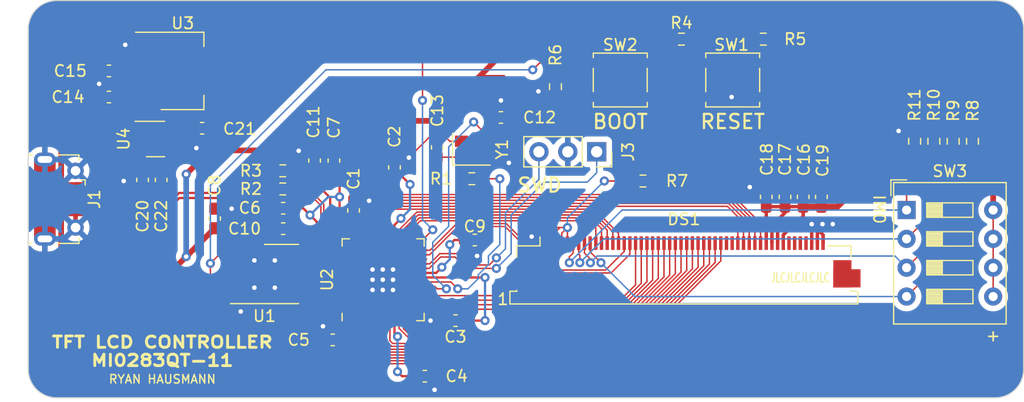
<source format=kicad_pcb>
(kicad_pcb (version 20221018) (generator pcbnew)
  (layers (0 "F.Cu" signal) (1 "In1.Cu" signal) (2 "In2.Cu" signal) (31 "B.Cu" signal) (34 "B.Paste" user) (35 "F.Paste" user) (36 "B.SilkS" user "B.Silkscreen") (37 "F.SilkS" user "F.Silkscreen") (38 "B.Mask" user) (39 "F.Mask" user) (44 "Edge.Cuts" user))
  (net 0 "")
  (net 1 "+3V3")
  (net 2 "GND")
  (net 3 "+1V1")
  (net 4 "/RP2040 Connections/RP_XIN")
  (net 5 "/RP2040 Connections/Y_XOUT")
  (net 6 "VBUS")
  (net 7 "+2V8")
  (net 8 "/TFT LCD Connections/REG_BP_C")
  (net 9 "/TFT LCD Connections/LEDA")
  (net 10 "/TFT LCD Connections/TFT_IM0")
  (net 11 "/TFT LCD Connections/TFT_IM1")
  (net 12 "/TFT LCD Connections/TFT_IM2")
  (net 13 "/TFT LCD Connections/TFT_IM3")
  (net 14 "TFT_RESET")
  (net 15 "TFT_VSYNC")
  (net 16 "TFT_HSYNC")
  (net 17 "TFT_DOTCLK")
  (net 18 "TFT_DE")
  (net 19 "TFT_DB17")
  (net 20 "TFT_DB16")
  (net 21 "TFT_DB15")
  (net 22 "TFT_DB14")
  (net 23 "TFT_DB13")
  (net 24 "TFT_DB12")
  (net 25 "TFT_DB11")
  (net 26 "TFT_DB10")
  (net 27 "TFT_DB9")
  (net 28 "TFT_DB8")
  (net 29 "TFT_DB7")
  (net 30 "TFT_DB6")
  (net 31 "TFT_DB5")
  (net 32 "TFT_DB4")
  (net 33 "TFT_DB3")
  (net 34 "TFT_DB2")
  (net 35 "TFT_DB1")
  (net 36 "TFT_DB0")
  (net 39 "TFT_RD")
  (net 40 "TFT_WR")
  (net 41 "TFT_DC")
  (net 42 "TFT_CS")
  (net 43 "TFT_TE")
  (net 48 "/RP2040 Connections/USB_D-")
  (net 49 "/RP2040 Connections/USB_D+")
  (net 51 "/RP2040 Connections/RP_SWCLK")
  (net 52 "/RP2040 Connections/RP_SWD")
  (net 53 "/RP2040 Connections/RP_XOUT")
  (net 54 "/RP2040 Connections/RP_USB_D+")
  (net 55 "/RP2040 Connections/RP_USB_D-")
  (net 56 "/RP2040 Connections/SW_TO_RUN")
  (net 57 "/RP2040 Connections/RP_RUN")
  (net 58 "/RP2040 Connections/USB_BOOT_TO_R")
  (net 59 "/RP2040 Connections/~{RP_FLASH_CS}")
  (net 60 "/RP2040 Connections/RP_FLASH_D1")
  (net 61 "/RP2040 Connections/RP_FLASH_D2")
  (net 62 "/RP2040 Connections/RP_FLASH_D0")
  (net 63 "/RP2040 Connections/RP_FLASH_CLK")
  (net 64 "/RP2040 Connections/RP_FLASH_D3")
  (footprint "Capacitor_SMD:C_0603_1608Metric_Pad1.08x0.95mm_HandSolder" (layer "F.Cu") (at 98 108.7 180)
    (fp_text reference "C3")
    (fp_text value "100n")
  )
  (footprint "Button_Switch_THT:SW_DIP_SPSTx04_Slide_9.78x12.34mm_W7.62mm_P2.54mm" (layer "F.Cu") (at 137.7 98.96)
    (fp_text reference "SW3")
    (fp_text value "IM_SEL")
  )
  (footprint "Resistor_SMD:R_0603_1608Metric_Pad0.98x0.95mm_HandSolder" (layer "F.Cu") (at 82.8 97.1 180)
    (fp_text reference "R2")
    (fp_text value "27")
  )
  (footprint "Button_Switch_SMD:SW_SPST_TL3305A" (layer "F.Cu") (at 122.4 87.5)
    (fp_text reference "SW1")
    (fp_text value "RST")
  )
  (footprint "Resistor_SMD:R_0603_1608Metric_Pad0.98x0.95mm_HandSolder" (layer "F.Cu") (at 106.8 88.0875 90)
    (fp_text reference "R6")
    (fp_text value "1K")
  )
  (footprint "Capacitor_SMD:C_0603_1608Metric_Pad1.08x0.95mm_HandSolder" (layer "F.Cu") (at 128.6 97.8 90)
    (fp_text reference "C16")
    (fp_text value "1u")
  )
  (footprint "Capacitor_SMD:C_0603_1608Metric_Pad1.08x0.95mm_HandSolder" (layer "F.Cu") (at 127 97.8 90)
    (fp_text reference "C17")
    (fp_text value "1u")
  )
  (footprint "Button_Switch_SMD:SW_SPST_TL3305A" (layer "F.Cu") (at 112.5 87.5)
    (fp_text reference "SW2")
    (fp_text value "USB_BOOT")
  )
  (footprint "Resistor_SMD:R_0603_1608Metric_Pad0.98x0.95mm_HandSolder" (layer "F.Cu") (at 114.5 96.4 180)
    (fp_text reference "R7")
    (fp_text value "330")
  )
  (footprint "Capacitor_SMD:C_0603_1608Metric_Pad1.08x0.95mm_HandSolder" (layer "F.Cu") (at 89.03126 99 90)
    (fp_text reference "C1")
    (fp_text value "100n")
  )
  (footprint "Capacitor_SMD:C_0603_1608Metric_Pad1.08x0.95mm_HandSolder" (layer "F.Cu") (at 82.8375 98.8 180)
    (fp_text reference "C6")
    (fp_text value "100n")
  )
  (footprint "Capacitor_SMD:C_0603_1608Metric_Pad1.08x0.95mm_HandSolder" (layer "F.Cu") (at 85.6 94.6 90)
    (fp_text reference "C11")
    (fp_text value "1u")
  )
  (footprint "Package_TO_SOT_SMD:SOT-223-3_TabPin2" (layer "F.Cu") (at 73.95 86.7)
    (fp_text reference "U3")
    (fp_text value "NCP1117-3.3")
  )
  (footprint "Resistor_SMD:R_0603_1608Metric_Pad0.98x0.95mm_HandSolder" (layer "F.Cu") (at 125.0875 83.9)
    (fp_text reference "R5")
    (fp_text value "1K")
  )
  (footprint "Capacitor_SMD:C_0603_1608Metric_Pad1.08x0.95mm_HandSolder" (layer "F.Cu") (at 125.35 97.8 90)
    (fp_text reference "C18")
    (fp_text value "1u")
  )
  (footprint "Connector_PinSocket_2.54mm:PinSocket_1x03_P2.54mm_Vertical" (layer "F.Cu") (at 110.425 93.825 -90)
    (fp_text reference "J3")
    (fp_text value "SWD_CONN")
  )
  (footprint "Package_DFN_QFN:QFN-56-1EP_7x7mm_P0.4mm_EP3.2x3.2mm" (layer "F.Cu") (at 91.63126 105.1 90)
    (fp_text reference "U2")
    (fp_text value "RP2040")
  )
  (footprint "Capacitor_SMD:C_0603_1608Metric_Pad1.08x0.95mm_HandSolder" (layer "F.Cu") (at 99.7 101.6)
    (fp_text reference "C9")
    (fp_text value "100n")
  )
  (footprint "Resistor_SMD:R_0603_1608Metric_Pad0.98x0.95mm_HandSolder" (layer "F.Cu") (at 117.8875 83.9)
    (fp_text reference "R4")
    (fp_text value "1K")
  )
  (footprint "Resistor_SMD:R_0603_1608Metric_Pad0.98x0.95mm_HandSolder" (layer "F.Cu") (at 141.8 92.9 90)
    (fp_text reference "R9")
    (fp_text value "1K")
  )
  (footprint "Resistor_SMD:R_0603_1608Metric_Pad0.98x0.95mm_HandSolder" (layer "F.Cu") (at 140.1 92.9 90)
    (fp_text reference "R10")
    (fp_text value "1K")
  )
  (footprint "Capacitor_SMD:C_0603_1608Metric_Pad1.08x0.95mm_HandSolder" (layer "F.Cu") (at 70.4625 96.3 -90)
    (fp_text reference "C20")
    (fp_text value "1u")
  )
  (footprint "Resistor_SMD:R_0603_1608Metric_Pad0.98x0.95mm_HandSolder" (layer "F.Cu") (at 143.5 92.9 90)
    (fp_text reference "R8")
    (fp_text value "1K")
  )
  (footprint "Capacitor_SMD:C_0603_1608Metric_Pad1.08x0.95mm_HandSolder" (layer "F.Cu") (at 67.5 89 180)
    (fp_text reference "C14")
    (fp_text value "10u")
  )
  (footprint "Resistor_SMD:R_0603_1608Metric_Pad0.98x0.95mm_HandSolder" (layer "F.Cu") (at 99.4375 96.2)
    (fp_text reference "R1")
    (fp_text value "1K")
  )
  (footprint "Package_TO_SOT_SMD:SOT-23-5" (layer "F.Cu") (at 71.6 92.7)
    (fp_text reference "U4")
    (fp_text value "LP2985-2.8")
  )
  (footprint "Connector_FFC-FPC:Molex_54132-5033_1x50-1MP_P0.5mm_Horizontal" (layer "F.Cu") (at 118.1 103.525)
    (fp_text reference "DS1")
    (fp_text value "~")
  )
  (footprint "Capacitor_SMD:C_0603_1608Metric_Pad1.08x0.95mm_HandSolder" (layer "F.Cu") (at 87.3 94.6 90)
    (fp_text reference "C7")
    (fp_text value "1u")
  )
  (footprint "Capacitor_SMD:C_0603_1608Metric_Pad1.08x0.95mm_HandSolder" (layer "F.Cu") (at 130.2 97.8 90)
    (fp_text reference "C19")
    (fp_text value "10u")
  )
  (footprint "Capacitor_SMD:C_0603_1608Metric_Pad1.08x0.95mm_HandSolder" (layer "F.Cu") (at 87.2 110.4 180)
    (fp_text reference "C5")
    (fp_text value "100n")
  )
  (footprint "Crystal:Crystal_SMD_2520-4Pin_2.5x2.0mm" (layer "F.Cu") (at 99.4 93.6)
    (fp_text reference "Y1")
    (fp_text value "12MHz")
  )
  (footprint "Resistor_SMD:R_0603_1608Metric_Pad0.98x0.95mm_HandSolder" (layer "F.Cu") (at 138.41 92.9 90)
    (fp_text reference "R11")
    (fp_text value "1K")
  )
  (footprint "Capacitor_SMD:C_0603_1608Metric_Pad1.08x0.95mm_HandSolder" (layer "F.Cu") (at 76.8 99.7 90)
    (fp_text reference "C8")
    (fp_text value "100n")
  )
  (footprint "Connector_USB:USB_Micro-B_Molex-105017-0001" (layer "F.Cu") (at 63.1 98 -90)
    (fp_text reference "J1")
    (fp_text value "USB_B_Micro")
  )
  (footprint "Capacitor_SMD:C_0603_1608Metric_Pad1.08x0.95mm_HandSolder" (layer "F.Cu") (at 82.8375 100.6 180)
    (fp_text reference "C10")
    (fp_text value "100n")
  )
  (footprint "Capacitor_SMD:C_0603_1608Metric_Pad1.08x0.95mm_HandSolder" (layer "F.Cu") (at 102 90.8)
    (fp_text reference "C12")
    (fp_text value "8p")
  )
  (footprint "Resistor_SMD:R_0603_1608Metric_Pad0.98x0.95mm_HandSolder" (layer "F.Cu") (at 82.8 95.5 180)
    (fp_text reference "R3")
    (fp_text value "27")
  )
  (footprint "Capacitor_SMD:C_0603_1608Metric_Pad1.08x0.95mm_HandSolder" (layer "F.Cu") (at 92.63126 95.2 90)
    (fp_text reference "C2")
    (fp_text value "100n")
  )
  (footprint "Package_SON:WSON-8-1EP_6x5mm_P1.27mm_EP3.4x4mm" (layer "F.Cu") (at 81.19 104.595)
    (fp_text reference "U1")
    (fp_text value "W25Q128JVS")
  )
  (footprint "Capacitor_SMD:C_0603_1608Metric_Pad1.08x0.95mm_HandSolder" (layer "F.Cu") (at 72.1 96.3 -90)
    (fp_text reference "C22")
    (fp_text value "10n")
  )
  (footprint "Capacitor_SMD:C_0603_1608Metric_Pad1.08x0.95mm_HandSolder" (layer "F.Cu") (at 95.3 113.6)
    (fp_text reference "C4")
    (fp_text value "100n")
  )
  (footprint "Capacitor_SMD:C_0603_1608Metric_Pad1.08x0.95mm_HandSolder" (layer "F.Cu") (at 75.7 91.75)
    (fp_text reference "C21")
    (fp_text value "2u2")
  )
  (footprint "Capacitor_SMD:C_0603_1608Metric_Pad1.08x0.95mm_HandSolder" (layer "F.Cu") (at 67.5 86.7 180)
    (fp_text reference "C15")
    (fp_text value "10u")
  )
  (footprint "Capacitor_SMD:C_0603_1608Metric_Pad1.08x0.95mm_HandSolder" (layer "F.Cu") (at 96.4 93.4375 90)
    (fp_text reference "C13")
    (fp_text value "8p")
  )
  (gr_line (start 145.5 80.5) (end 62.9 80.5) (stroke (width 0.1)) (layer "Edge.Cuts"))
  (gr_arc (start 148 113) (mid 147.267767 114.767767) (end 145.5 115.5) (stroke (width 0.1)) (layer "Edge.Cuts"))
  (gr_arc (start 62.9 115.5) (mid 61.132234 114.767767) (end 60.4 113) (stroke (width 0.1)) (layer "Edge.Cuts"))
  (gr_line (start 60.4 83) (end 60.4 113) (stroke (width 0.1)) (layer "Edge.Cuts"))
  (gr_line (start 62.9 115.5) (end 145.5 115.5) (stroke (width 0.1)) (layer "Edge.Cuts"))
  (gr_arc (start 60.4 83) (mid 61.132233 81.232234) (end 62.9 80.5) (stroke (width 0.1)) (layer "Edge.Cuts"))
  (gr_arc (start 145.5 80.5) (mid 147.267767 81.232233) (end 148 83) (stroke (width 0.1)) (layer "Edge.Cuts"))
  (gr_line (start 148 113) (end 148 83) (stroke (width 0.1)) (layer "Edge.Cuts"))
  (gr_text "SWD" (at 105.4 97.5) (layer "F.SilkS") (effects (font (size 1.25 1.25) (thickness 0.2)) (justify bottom)))
  (gr_text "TFT LCD CONTROLLER\nMI0283QT-11" (at 72.2 112.8) (layer "F.SilkS") (effects (font (size 1 1.2) (thickness 0.25) bold) (justify bottom)))
  (gr_text "+" (at 145.32 110.6) (layer "F.SilkS") (effects (font (size 1 1)) (justify bottom)))
  (gr_text "1" (at 101.6 107.4) (layer "F.SilkS") (effects (font (size 1 1)) (justify left bottom)))
  (gr_text "RYAN HAUSMANN" (at 72.2 114.3) (layer "F.SilkS") (effects (font (size 0.75 0.75) (thickness 0.125) bold) (justify bottom)))
  (gr_text "BOOT" (at 112.5 91.9) (layer "F.SilkS") (effects (font (size 1.25 1.25) (thickness 0.2)) (justify bottom)))
  (gr_text "RESET" (at 122.4 91.9) (layer "F.SilkS") (effects (font (size 1.25 1.25) (thickness 0.2)) (justify bottom)))
  (gr_text "IM0" (at 134.7 98.9 -90) (layer "F.SilkS") (effects (font (size 1 1)) (justify bottom)))
  (gr_text "JLCJLCJLCJLC" (at 125.7 105.4) (layer "F.SilkS") (effects (font (size 0.8 0.5) (thickness 0.125) bold) (justify left bottom)))
  (segment (start 89.8 94.9) (end 89.2375 95.4625) (width 0.5) (layer "F.Cu") (net 1))
  (segment (start 87.6 104.5) (end 87.2 104.9) (width 0.2) (layer "F.Cu") (net 1))
  (segment (start 89.8 92.5) (end 89.8 93.23124) (width 0.5) (layer "F.Cu") (net 1))
  (segment (start 70.8 86.7) (end 68.3625 86.7) (width 0.25) (layer "F.Cu") (net 1))
  (segment (start 84.6 98.8) (end 83.7 98.8) (width 0.2) (layer "F.Cu") (net 1))
  (segment (start 92.9 107.5) (end 89.3 107.5) (width 0.2) (layer "F.Cu") (net 1))
  (segment (start 96.3 91.1) (end 97.1 90.3) (width 0.5) (layer "F.Cu") (net 1))
  (segment (start 81.3 93.7) (end 83.9 91.1) (width 0.5) (layer "F.Cu") (net 1))
  (segment (start 88.19376 101.59376) (end 87.8 101.2) (width 0.2) (layer "F.Cu") (net 1))
  (segment (start 74.3 95.8) (end 76.4 93.7) (width 0.5) (layer "F.Cu") (net 1))
  (segment (start 78.8 81.8) (end 65.5 81.8) (width 0.5) (layer "F.Cu") (net 1))
  (segment (start 77.1 86.7) (end 78.9 86.7) (width 0.5) (layer "F.Cu") (net 1))
  (segment (start 80.2 83.2) (end 78.8 81.8) (width 0.5) (layer "F.Cu") (net 1))
  (segment (start 88.4 91.1) (end 96.3 91.1) (width 0.5) (layer "F.Cu") (net 1))
  (segment (start 89.03126 109.43124) (end 88.0625 110.4) (width 0.2) (layer "F.Cu") (net 1))
  (segment (start 97.1 90.201156) (end 100.000578 87.300578) (width 0.5) (layer "F.Cu") (net 1))
  (segment (start 102.200578 87.300578) (end 105.8 90.9) (width 0.5) (layer "F.Cu") (net 1))
  (segment (start 92.9 107.5) (end 92.63126 107.76874) (width 0.2) (layer "F.Cu") (net 1))
  (segment (start 85.7905 103.8905) (end 86.8 104.9) (width 0.2) (layer "F.Cu") (net 1))
  (segment (start 93.2 99.7) (end 92.63126 100.26874) (width 0.2) (layer "F.Cu") (net 1))
  (segment (start 93.4375 114.6) (end 94.4375 113.6) (width 0.5) (layer "F.Cu") (net 1))
  (segment (start 65.5 81.8) (end 63.3 84) (width 0.5) (layer "F.Cu") (net 1))
  (segment (start 74.3 103.0625) (end 74.53125 102.83125) (width 0.5) (layer "F.Cu") (net 1))
  (segment (start 76.8 100.5625) (end 78.1375 101.9) (width 0.2) (layer "F.Cu") (net 1))
  (segment (start 87.3 112.4) (end 87.3 113.2) (width 0.5) (layer "F.Cu") (net 1))
  (segment (start 87.3 113.2) (end 88.7 114.6) (width 0.5) (layer "F.Cu") (net 1))
  (segment (start 92.9 113.2) (end 93.3 113.6) (width 0.2) (layer "F.Cu") (net 1))
  (segment (start 94.2 104.9) (end 93.8 105.3) (width 0.2) (layer "F.Cu") (net 1))
  (segment (start 80.2 85.4) (end 80.2 83.2) (width 0.5) (layer "F.Cu") (net 1))
  (segment (start 87.8 101.2) (end 87.8 97.8) (width 0.2) (layer "F.Cu") (net 1))
  (segment (start 77.1 86.7) (end 70.8 86.7) (width 0.5) (layer "F.Cu") (net 1))
  (segment (start 74.3 103.0625) (end 72.1625 105.2) (width 0.5) (layer "F.Cu") (net 1))
  (segment (start 115.4125 92.2125) (end 115.4125 96.4) (width 0.5) (layer "F.Cu") (net 1))
  (segment (start 83.9 91.1) (end 88.4 91.1) (width 0.5) (layer "F.Cu") (net 1))
  (segment (start 87.3 112.4) (end 88.0625 111.6375) (width 0.5) (layer "F.Cu") (net 1))
  (segment (start 88.9 102.5) (end 89.03126 102.36874) (width 0.2) (layer "F.Cu") (net 1))
  (segment (start 98.8625 108.7) (end 100.6 108.7) (width 0.2) (layer "F.Cu") (net 1))
  (segment (start 92.63126 100.26874) (end 92.63126 101.6625) (width 0.2) (layer "F.Cu") (net 1))
  (segment (start 83.0625 101.9) (end 83.8525 102.69) (width 0.2) (layer "F.Cu") (net 1))
  (segment (start 89.3 107.5) (end 89.03126 107.76874) (width 0.2) (layer "F.Cu") (net 1))
  (segment (start 87.8 96.7) (end 87.3 96.2) (width 0.2) (layer "F.Cu") (net 1))
  (segment (start 87.3 96.2) (end 87.3 95.4625) (width 0.2) (layer "F.Cu") (net 1))
  (segment (start 92.4 102.5) (end 92.63126 102.26874) (width 0.2) (layer "F.Cu") (net 1))
  (segment (start 86.8 104.9) (end 87.2 104.9) (width 0.2) (layer "F.Cu") (net 1))
  (segment (start 89.03126 102.36874) (end 89.03126 101.6625) (width 0.2) (layer "F.Cu") (net 1))
  (segment (start 100.6 104.9) (end 95.06876 104.9) (width 0.2) (layer "F.Cu") (net 1))
  (segment (start 88.9 102.5) (end 92.4 102.5) (width 0.2) (layer "F.Cu") (net 1))
  (segment (start 97.1 90.3) (end 97.1 90.201156) (width 0.5) (layer "F.Cu") (net 1))
  (segment (start 64.5 105.2) (end 72.1625 105.2) (width 0.5) (layer "F.Cu") (net 1))
  (segment (start 89.2375 95.4625) (end 87.3 95.4625) (width 0.5) (layer "F.Cu") (net 1))
  (segment (start 92.63126 107.76874) (end 92.63126 108.5375) (width 0.2) (layer "F.Cu") (net 1))
  (segment (start 114.1 90.9) (end 115.4125 92.2125) (width 0.5) (layer "F.Cu") (net 1))
  (segment (start 88.19376 102.5) (end 88.19376 101.59376) (width 0.2) (layer "F.Cu") (net 1))
  (segment (start 88.0625 111.6375) (end 88.0625 110.4) (width 0.5) (layer "F.Cu") (net 1))
  (segment (start 85.2 99.4) (end 85.7905 99.9905) (width 0.2) (layer "F.Cu") (net 1))
  (segment (start 88.19376 102.9) (end 88.19376 102.5) (width 0.127) (layer "F.Cu") (net 1))
  (segment (start 72.1625 105.2) (end 72.1625 110.7625) (width 0.5) (layer "F.Cu") (net 1))
  (segment (start 93.8 105.3) (end 93.8 107.3) (width 0.2) (layer "F.Cu") (net 1))
  (segment (start 72.1625 110.7625) (end 73.8 112.4) (width 0.5) (layer "F.Cu") (net 1))
  (segment (start 85.7905 99.9905) (end 85.7905 103.8905) (width 0.2) (layer "F.Cu") (net 1))
  (segment (start 88.7 114.6) (end 93.1625 114.6) (width 0.5) (layer "F.Cu") (net 1))
  (segment (start 89.8 93.23124) (end 89.8 94.9) (width 0.5) (layer "F.Cu") (net 1))
  (segment (start 100.000578 87.300578) (end 103.401156 83.9) (width 0.5) (layer "F.Cu") (net 1))
  (segment (start 88.4 91.1) (end 89.8 92.5) (width 0.5) (layer "F.Cu") (net 1))
  (segment (start 95.06876 104.9) (end 94.2 104.9) (width 0.2) (layer "F.Cu") (net 1))
  (segment (start 78.9 86.7) (end 80.2 85.4) (width 0.5) (layer "F.Cu") (net 1))
  (segment (start 93.3625 96.0625) (end 92.63126 96.0625) (width 0.2) (layer "F.Cu") (net 1))
  (segment (start 92.63126 108.5375) (end 92.63126 109.83126) (width 0.2) (layer "F.Cu") (net 1))
  (segment (start 88.19376 104.9) (end 87.2 104.9) (width 0.2) (layer "F.Cu") (net 1))
  (segment (start 76.4 93.7) (end 81.3 93.7) (width 0.5) (layer "F.Cu") (net 1))
  (segment (start 93.6 107.5) (end 92.9 107.5) (width 0.2) (layer "F.Cu") (net 1))
  (segment (start 78.1375 101.9) (end 83.0625 101.9) (width 0.2) (layer "F.Cu") (net 1))
  (segment (start 92.63126 102.26874) (end 92.63126 101.6625) (width 0.2) (layer "F.Cu") (net 1))
  (segment (start 100.000578 87.300578) (end 102.200578 87.300578) (width 0.5) (layer "F.Cu") (net 1))
  (segment (start 89.03126 108.5375) (end 89.03126 109.43124) (width 0.2) (layer "F.Cu") (net 1))
  (segment (start 89.03126 99.8625) (end 89.03126 101.6625) (width 0.2) (layer "F.Cu") (net 1))
  (segment (start 74.53125 102.83125) (end 76.8 100.5625) (width 0.5) (layer "F.Cu") (net 1))
  (segment (start 89.03126 107.76874) (end 89.03126 108.5375) (width 0.2) (layer "F.Cu") (net 1))
  (segment (start 93.1625 114.6) (end 93.4375 114.6) (width 0.5) (layer "F.Cu") (net 1))
  (segment (start 73.8 112.4) (end 87.3 112.4) (width 0.5) (layer "F.Cu") (net 1))
  (segment (start 93.8 107.3) (end 93.6 107.5) (width 0.2) (layer "F.Cu") (net 1))
  (segment (start 87.8 97.8) (end 87.8 96.7) (width 0.2) (layer "F.Cu") (net 1))
  (segment (start 92.63126 109.83126) (end 92.9 110.1) (width 0.2) (layer "F.Cu") (net 1))
  (segment (start 88.19376 102.5) (end 88.9 102.5) (width 0.2) (layer "F.Cu") (net 1))
  (segment (start 63.3 84) (end 63.3 104) (width 0.5) (layer "F.Cu") (net 1))
  (segment (start 63.3 104) (end 64.5 105.2) (width 0.5) (layer "F.Cu") (net 1))
  (segment (start 85.2 99.4) (end 84.6 98.8) (width 0.2) (layer "F.Cu") (net 1))
  (segment (start 89.8 93.23124) (end 92.63126 96.0625) (width 0.5) (layer "F.Cu") (net 1))
  (segment (start 103.401156 83.9) (end 116.975 83.9) (width 0.5) (layer "F.Cu") (net 1))
  (segment (start 93.3 113.6) (end 94.4375 113.6) (width 0.2) (layer "F.Cu") (net 1))
  (segment (start 88.19376 104.5) (end 87.6 104.5) (width 0.2) (layer "F.Cu") (net 1))
  (segment (start 94 96.7) (end 93.3625 96.0625) (width 0.2) (layer "F.Cu") (net 1))
  (segment (start 105.8 90.9) (end 114.1 90.9) (width 0.5) (layer "F.Cu") (net 1))
  (via (at 74.3 95.8) (size 0.8) (drill 0.4) (layers "F.Cu" "B.Cu") (net 1))
  (via (at 87.8 97.8) (size 0.8) (drill 0.4) (layers "F.Cu" "B.Cu") (net 1))
  (via (at 85.2 99.4) (size 0.8) (drill 0.4) (layers "F.Cu" "B.Cu") (net 1))
  (via (at 94 96.7) (size 0.8) (drill 0.4) (layers "F.Cu" "B.Cu") (net 1))
  (via (at 92.9 113.2) (size 0.8) (drill 0.4) (layers "F.Cu" "B.Cu") (net 1))
  (via (at 100.6 108.7) (size 0.8) (drill 0.4) (layers "F.Cu" "B.Cu") (net 1))
  (via (at 93.2 99.7) (size 0.8) (drill 0.4) (layers "F.Cu" "B.Cu") (net 1))
  (via (at 100.6 104.9) (size 0.8) (drill 0.4) (layers "F.Cu" "B.Cu") (net 1))
  (via (at 74.3 103.0625) (size 0.8) (drill 0.4) (layers "F.Cu" "B.Cu") (net 1))
  (via (at 92.9 110.1) (size 0.8) (drill 0.4) (layers "F.Cu" "B.Cu") (net 1))
  (segment (start 93.2 99.7) (end 94 98.9) (width 0.2) (layer "B.Cu") (net 1))
  (segment (start 94 98.9) (end 94 96.7) (width 0.2) (layer "B.Cu") (net 1))
  (segment (start 74.3 103.0625) (end 74.3 95.8) (width 0.5) (layer "B.Cu") (net 1))
  (segment (start 86.8 97.8) (end 87.8 97.8) (width 0.2) (layer "B.Cu") (net 1))
  (segment (start 92.9 110.1) (end 92.9 113.2) (width 0.2) (layer "B.Cu") (net 1))
  (segment (start 85.2 99.4) (end 86.8 97.8) (width 0.2) (layer "B.Cu") (net 1))
  (segment (start 100.6 108.7) (end 100.6 104.9) (width 0.2) (layer "B.Cu") (net 1))
  (segment (start 129.85 100.65) (end 130.35 101.15) (width 0.3) (layer "F.Cu") (net 2))
  (segment (start 126 89) (end 122.3 89) (width 0.127) (layer "F.Cu") (net 2))
  (segment (start 99.9 103) (end 100.5625 102.3375) (width 0.127) (layer "F.Cu") (net 2))
  (segment (start 93.9 94.3375) (end 92.63126 94.3375) (width 0.127) (layer "F.Cu") (net 2))
  (segment (start 127.773 100.227) (end 126.85 101.15) (width 0.3) (layer "F.Cu") (net 2))
  (segment (start 102.8625 90.1625) (end 102.8625 90.8) (width 0.127) (layer "F.Cu") (net 2))
  (segment (start 105.3 88.5) (end 105.3 87.9) (width 0.127) (layer "F.Cu") (net 2))
  (segment (start 138.41 91.9875) (end 143.5 91.9875) (width 0.127) (layer "F.Cu") (net 2))
  (segment (start 85.6 93.7375) (end 87.3 93.7375) (width 0.3) (layer "F.Cu") (net 2))
  (segment (start 97.5 92.9) (end 98.525 92.9) (width 0.127) (layer "F.Cu") (net 2))
  (segment (start 96.1625 114.8) (end 96.1625 113.6) (width 0.127) (layer "F.Cu") (net 2))
  (segment (start 93.9 94.3375) (end 95.6625 92.575) (width 0.127) (layer "F.Cu") (net 2))
  (segment (start 75.6125 92.7) (end 76.5625 91.75) (width 0.3) (layer "F.Cu") (net 2))
  (segment (start 129.35 100.2) (end 129.35 101.875) (width 0.3) (layer "F.Cu") (net 2))
  (segment (start 86.3375 110.4) (end 86.3375 109.2) (width 0.127) (layer "F.Cu") (net 2))
  (segment (start 129.4 100.2) (end 129.85 100.65) (width 0.3) (layer "F.Cu") (net 2))
  (segment (start 130.35 101.15) (end 130.35 101.875) (width 0.3) (layer "F.Cu") (net 2))
  (segment (start 104.7 101.3) (end 105.275 101.875) (width 0.127) (layer "F.Cu") (net 2))
  (segment (start 78.3 98.8375) (end 76.8 98.8375) (width 0.127) (layer "F.Cu") (net 2))
  (segment (start 97.175 92.575) (end 97.5 92.9) (width 0.127) (layer "F.Cu") (net 2))
  (segment (start 102 89.3) (end 102.8625 90.1625) (width 0.127) (layer "F.Cu") (net 2))
  (segment (start 72.1 97.1625) (end 70.4625 97.1625) (width 0.3) (layer "F.Cu") (net 2))
  (segment (start 100.5625 102.3375) (end 100.5625 101.6) (width 0.127) (layer "F.Cu") (net 2))
  (segment (start 129.323 100.227) (end 127.773 100.227) (width 0.3) (layer "F.Cu") (net 2))
  (segment (start 126.85 101.15) (end 126.85 101.875) (width 0.3) (layer "F.Cu") (net 2))
  (segment (start 66.6375 87.8375) (end 66.6375 89) (width 0.3) (layer "F.Cu") (net 2))
  (segment (start 64.5625 99.3) (end 64.5625 100.5) (width 0.4) (layer "F.Cu") (net 2))
  (segment (start 129.85 100.65) (end 129.85 101.875) (width 0.3) (layer "F.Cu") (net 2))
  (segment (start 75.6125 92.7) (end 75.6125 93.0875) (width 0.3) (layer "F.Cu") (net 2))
  (segment (start 68.9375 84.4) (end 66.6375 86.7) (width 0.3) (layer "F.Cu") (net 2))
  (segment (start 129.35 100.2) (end 129.323 100.227) (width 0.3) (layer "F.Cu") (net 2))
  (segment (start 129.35 100.2) (end 129.4 100.2) (width 0.3) (layer "F.Cu") (net 2))
  (segment (start 102.7 94.8) (end 102.2 94.3) (width 0.127) (layer "F.Cu") (net 2))
  (segment (start 61.8625 101.5) (end 61.8625 94.5) (width 0.127) (layer "F.Cu") (net 2))
  (segment (start 97.1375 108.7) (end 95.8 108.7) (width 0.127) (layer "F.Cu") (net 2))
  (segment (start 102.2 94.3) (end 100.275 94.3) (width 0.127) (layer "F.Cu") (net 2))
  (segment (start 125.35 96.9375) (end 130.2 96.9375) (width 0.127) (layer "F.Cu") (net 2))
  (segment (start 81.975 100.6) (end 81.975 98.8) (width 0.3) (layer "F.Cu") (net 2))
  (segment (start 90.4 98.1375) (end 89.03126 98.1375) (width 0.127) (layer "F.Cu") (net 2))
  (segment (start 68.8 96.4) (end 69.5625 97.1625) (width 0.127) (layer "F.Cu") (net 2))
  (segment (start 122.3 89) (end 118.8 89) (width 0.127) (layer "F.Cu") (net 2))
  (segment (start 106.025 87.175) (end 106.8 87.175) (width 0.127) (layer "F.Cu") (net 2))
  (segment (start 95.6625 92.575) (end 96.4 92.575) (width 0.127) (layer "F.Cu") (net 2))
  (segment (start 79.1 107.9) (end 78.5275 107.3275) (width 0.127) (layer "F.Cu") (net 2))
  (segment (start 98.875 92.9) (end 100.275 94.3) (width 0.127) (layer "F.Cu") (net 2))
  (segment (start 70.4625 92.7) (end 75.6125 92.7) (width 0.3) (layer "F.Cu") (net 2))
  (segment (start 96.4 92.575) (end 97.175 92.575) (width 0.127) (layer "F.Cu") (net 2))
  (segment (start 105.275 101.875) (end 105.85 101.875) (width 0.127) (layer "F.Cu") (net 2))
  (segment (start 75.6125 93.0875) (end 75.2 93.5) (width 0.3) (layer "F.Cu") (net 2))
  (segment (start 129.35 100.2) (end 131.2 100.2) (width 0.3) (layer "F.Cu") (net 2))
  (segment (start 78.5275 107.3275) (end 78.5275 106.5) (width 0.127) (layer "F.Cu") (net 2))
  (segment (start 98.525 92.9) (end 98.875 92.9) (width 0.127) (layer "F.Cu") (net 2))
  (segment (start 105.3 87.9) (end 106.025 87.175) (width 0.127) (layer "F.Cu") (net 2))
  (segment (start 68.9375 84.4) (end 70.8 84.4) (width 0.3) (layer "F.Cu") (net 2))
  (segment (start 125.35 96.9375) (end 123.9 96.9375) (width 0.127) (layer "F.Cu") (net 2))
  (segment (start 81.975 98.8) (end 78.3375 98.8) (width 0.3) (layer "F.Cu") (net 2))
  (segment (start 66.6375 87.8375) (end 66.6375 86.7) (width 0.3) (layer "F.Cu") (net 2))
  (segment (start 69.5625 97.1625) (end 70.4625 97.1625) (width 0.127) (layer "F.Cu") (net 2))
  (segment (start 137 91.9875) (end 138.41 91.9875) (width 0.127) (layer "F.Cu") (net 2))
  (segment (start 78.3375 98.8) (end 78.3 98.8375) (width 0.3) (layer "F.Cu") (net 2))
  (segment (start 84.2 93.7375) (end 85.6 93.7375) (width 0.127) (layer "F.Cu") (net 2))
  (via (at 91.6 104.2) (size 0.8) (drill 0.4) (layers "F.Cu" "B.Cu") (net 2))
  (via (at 92.5 104.2) (size 0.8) (drill 0.4) (layers "F.Cu" "B.Cu") (net 2))
  (via (at 129.35 100.2) (size 0.8) (drill 0.4) (layers "F.Cu" "B.Cu") (net 2))
  (via (at 131.2 100.2) (size 0.8) (drill 0.4) (layers "F.Cu" "B.Cu") (net 2))
  (via (at 75.2 93.5) (size 0.8) (drill 0.4) (layers "F.Cu" "B.Cu") (net 2))
  (via (at 137 91.9875) (size 0.8) (drill 0.4) (layers "F.Cu" "B.Cu") (net 2))
  (via (at 130.3 100.2) (size 0.8) (drill 0.4) (layers "F.Cu" "B.Cu") (net 2))
  (via (at 79.1 107.9) (size 0.8) (drill 0.4) (layers "F.Cu" "B.Cu") (net 2))
  (via (at 82.1 105.8) (size 0.8) (drill 0.4) (layers "F.Cu" "B.Cu") (net 2))
  (via (at 68.9375 84.4) (size 0.8) (drill 0.4) (layers "F.Cu" "B.Cu") (net 2))
  (via (at 95.8 108.7) (size 0.8) (drill 0.4) (layers "F.Cu" "B.Cu") (net 2))
  (via (at 90.7 104.2) (size 0.8) (drill 0.4) (layers "F.Cu" "B.Cu") (net 2))
  (via (at 90.7 106) (size 0.8) (drill 0.4) (layers "F.Cu" "B.Cu") (net 2))
  (via (at 78.3 98.8375) (size 0.8) (drill 0.4) (layers "F.Cu" "B.Cu") (net 2))
  (via (at 91.6 105.1) (size 0.8) (drill 0.4) (layers "F.Cu" "B.Cu") (net 2))
  (via (at 90.4 98.1375) (size 0.8) (drill 0.4) (layers "F.Cu" "B.Cu") (net 2))
  (via (at 104.7 101.3) (size 0.8) (drill 0.4) (layers "F.Cu" "B.Cu") (net 2))
  (via (at 122.3 89) (size 0.8) (drill 0.4) (layers "F.Cu" "B.Cu") (net 2))
  (via (at 91.6 106) (size 0.8) (drill 0.4) (layers "F.Cu" "B.Cu") (net 2))
  (via (at 92.5 106) (size 0.8) (drill 0.4) (layers "F.Cu" "B.Cu") (net 2))
  (via (at 82.1 103.4) (size 0.8) (drill 0.4) (layers "F.Cu" "B.Cu") (net 2))
  (via (at 105.3 88.5) (size 0.8) (drill 0.4) (layers "F.Cu" "B.Cu") (net 2))
  (via (at 93.9 94.3375) (size 0.8) (drill 0.4) (layers "F.Cu" "B.Cu") (net 2))
  (via (at 123.9 96.9375) (size 0.8) (drill 0.4) (layers "F.Cu" "B.Cu") (net 2))
  (via (at 90.7 105.1) (size 0.8) (drill 0.4) (layers "F.Cu" "B.Cu") (net 2))
  (via (at 99.9 103) (size 0.8) (drill 0.4) (layers "F.Cu" "B.Cu") (net 2))
  (via (at 102 89.3) (size 0.8) (drill 0.4) (layers "F.Cu" "B.Cu") (net 2))
  (via (at 66.6375 87.8375) (size 0.8) (drill 0.4) (layers "F.Cu" "B.Cu") (net 2))
  (via (at 86.3375 109.2) (size 0.8) (drill 0.4) (layers "F.Cu" "B.Cu") (net 2))
  (via (at 92.5 105.1) (size 0.8) (drill 0.4) (layers "F.Cu" "B.Cu") (net 2))
  (via (at 84.2 93.7375) (size 0.8) (drill 0.4) (layers "F.Cu" "B.Cu") (net 2))
  (via (at 80.3 105.8) (size 0.8) (drill 0.4) (layers "F.Cu" "B.Cu") (net 2))
  (via (at 68.8 96.4) (size 0.8) (drill 0.4) (layers "F.Cu" "B.Cu") (net 2))
  (via (at 102.7 94.8) (size 0.8) (drill 0.4) (layers "F.Cu" "B.Cu") (net 2))
  (via (at 96.1625 114.8) (size 0.8) (drill 0.4) (layers "F.Cu" "B.Cu") (net 2))
  (via (at 80.3 103.4) (size 0.8) (drill 0.4) (layers "F.Cu" "B.Cu") (net 2))
  (segment (start 97.9 101.6) (end 98.8375 101.6) (width 0.2) (layer "F.Cu") (net 3))
  (segment (start 86.6 105.3) (end 85.4635 104.1635) (width 0.2) (layer "F.Cu") (net 3))
  (segment (start 94.1 104.5) (end 93.9 104.3) (width 0.2) (layer "F.Cu") (net 3))
  (segment (start 87.4 103.3) (end 86.973 102.873) (width 0.2) (layer "F.Cu") (net 3))
  (segment (start 95.06876 104.5) (end 94.1 104.5) (width 0.2) (layer "F.Cu") (net 3))
  (segment (start 88.622997 105.3) (end 88.19376 105.3) (width 0.2) (layer "F.Cu") (net 3))
  (segment (start 88.19376 105.3) (end 86.6 105.3) (width 0.2) (layer "F.Cu") (net 3))
  (segment (start 89.1 103.3) (end 88.19376 103.3) (width 0.2) (layer "F.Cu") (net 3))
  (segment (start 89.1 104.822997) (end 88.622997 105.3) (width 0.2) (layer "F.Cu") (net 3))
  (segment (start 85.6 96.5) (end 85.6 95.4625) (width 0.2) (layer "F.Cu") (net 3))
  (segment (start 93.7 103.1) (end 89.3 103.1) (width 0.2) (layer "F.Cu") (net 3))
  (segment (start 88.19376 103.3) (end 87.4 103.3) (width 0.2) (layer "F.Cu") (net 3))
  (segment (start 85.4635 101.3635) (end 84.7 100.6) (width 0.2) (layer "F.Cu") (net 3))
  (segment (start 96.3 104.5) (end 95.06876 104.5) (width 0.2) (layer "F.Cu") (net 3))
  (segment (start 89.1 103.3) (end 89.1 104.822997) (width 0.2) (layer "F.Cu") (net 3))
  (segment (start 93.9 103.3) (end 93.7 103.1) (width 0.2) (layer "F.Cu") (net 3))
  (segment (start 97.5 102) (end 97.9 101.6) (width 0.2) (layer "F.Cu") (net 3))
  (segment (start 84.7 100.6) (end 83.7 100.6) (width 0.2) (layer "F.Cu") (net 3))
  (segment (start 85.4635 104.1635) (end 85.4635 101.3635) (width 0.2) (layer "F.Cu") (net 3))
  (segment (start 86.973 102.873) (end 86.973 97.873) (width 0.2) (layer "F.Cu") (net 3))
  (segment (start 89.3 103.1) (end 89.1 103.3) (width 0.2) (layer "F.Cu") (net 3))
  (segment (start 86.973 97.873) (end 85.6 96.5) (width 0.2) (layer "F.Cu") (net 3))
  (segment (start 93.9 104.3) (end 93.9 103.3) (width 0.2) (layer "F.Cu") (net 3))
  (segment (start 96.8 104) (end 96.3 104.5) (width 0.2) (layer "F.Cu") (net 3))
  (via (at 96.8 104) (size 0.8) (drill 0.4) (layers "F.Cu" "B.Cu") (net 3))
  (via (at 97.5 102) (size 0.8) (drill 0.4) (layers "F.Cu" "B.Cu") (net 3))
  (segment (start 97.5 103.3) (end 97.5 102) (width 0.2) (layer "B.Cu") (net 3))
  (segment (start 96.8 104) (end 97.5 103.3) (width 0.2) (layer "B.Cu") (net 3))
  (segment (start 99.6 91.2) (end 100.275 91.875) (width 0.127) (layer "F.Cu") (net 4))
  (segment (start 97.2 105.9) (end 96.4 105.9) (width 0.127) (layer "F.Cu") (net 4))
  (segment (start 96.4 105.9) (end 96.2 105.7) (width 0.127) (layer "F.Cu") (net 4))
  (segment (start 96.2 105.7) (end 95.06876 105.7) (width 0.127) (layer "F.Cu") (net 4))
  (segment (start 101.1375 91.0125) (end 100.275 91.875) (width 0.127) (layer "F.Cu") (net 4))
  (segment (start 100.275 91.875) (end 100.275 92.9) (width 0.127) (layer "F.Cu") (net 4))
  (segment (start 101.1375 90.8) (end 101.1375 91.0125) (width 0.127) (layer "F.Cu") (net 4))
  (via (at 97.2 105.9) (size 0.8) (drill 0.4) (layers "F.Cu" "B.Cu") (net 4))
  (via (at 99.6 91.2) (size 0.8) (drill 0.4) (layers "F.Cu" "B.Cu") (net 4))
  (segment (start 96 104.7) (end 96 101.8) (width 0.127) (layer "B.Cu") (net 4))
  (segment (start 97.4 93.4) (end 99.6 91.2) (width 0.127) (layer "B.Cu") (net 4))
  (segment (start 97.2 105.9) (end 96 104.7) (width 0.127) (layer "B.Cu") (net 4))
  (segment (start 97.4 100.4) (end 97.4 93.4) (width 0.127) (layer "B.Cu") (net 4))
  (segment (start 96 101.8) (end 97.4 100.4) (width 0.127) (layer "B.Cu") (net 4))
  (segment (start 96.4 94.3) (end 98.525 94.3) (width 0.127) (layer "F.Cu") (net 5))
  (segment (start 98.525 96.2) (end 98.525 94.3) (width 0.127) (layer "F.Cu") (net 5))
  (segment (start 69.25 92.05) (end 69.55 91.75) (width 0.4) (layer "F.Cu") (net 6))
  (segment (start 69.25 93.65) (end 70.4625 93.65) (width 0.4) (layer "F.Cu") (net 6))
  (segment (start 70.4625 90.6375) (end 70.8 90.3) (width 0.4) (layer "F.Cu") (net 6))
  (segment (start 66.2 96.7) (end 69.25 93.65) (width 0.4) (layer "F.Cu") (net 6))
  (segment (start 70.8 90.3) (end 70.8 89) (width 0.4) (layer "F.Cu") (net 6))
  (segment (start 70.4625 93.65) (end 70.4625 95.4375) (width 0.25) (layer "F.Cu") (net 6))
  (segment (start 69.25 93.65) (end 69.25 92.05) (width 0.4) (layer "F.Cu") (net 6))
  (segment (start 70.8 89) (end 68.3625 89) (width 0.25) (layer "F.Cu") (net 6))
  (segment (start 70.4625 91.75) (end 70.4625 90.6375) (width 0.4) (layer "F.Cu") (net 6))
  (segment (start 69.55 91.75) (end 70.4625 91.75) (width 0.4) (layer "F.Cu") (net 6))
  (segment (start 64.5625 96.7) (end 66.2 96.7) (width 0.4) (layer "F.Cu") (net 6))
  (segment (start 145.32 106.58) (end 145.32 98.96) (width 0.127) (layer "F.Cu") (net 7))
  (segment (start 132.2 83.8) (end 129.9 81.5) (width 0.5) (layer "F.Cu") (net 7))
  (segment (start 127 98.6625) (end 127 99.2) (width 0.3) (layer "F.Cu") (net 7))
  (segment (start 143.4 83.8) (end 145.32 85.72) (width 0.5) (layer "F.Cu") (net 7))
  (segment (start 81 90.1) (end 75.6 90.1) (width 0.5) (layer "F.Cu") (net 7))
  (segment (start 129.9 81.5) (end 89.6 81.5) (width 0.5) (layer "F.Cu") (net 7))
  (segment (start 128.6 99.5) (end 128.6 98.6625) (width 0.3) (layer "F.Cu") (net 7))
  (segment (start 127 99.2) (end 125.85 100.35) (width 0.3) (layer "F.Cu") (net 7))
  (segment (start 128.3 99.8) (end 128.6 99.5) (width 0.3) (layer "F.Cu") (net 7))
  (segment (start 145.32 85.72) (end 145.32 98.96) (width 0.5) (layer "F.Cu") (net 7))
  (segment (start 131.6375 98.6625) (end 132.2 98.1) (width 0.5) (layer "F.Cu") (net 7))
  (segment (start 127.2 99.8) (end 126.35 100.65) (width 0.3) (layer "F.Cu") (net 7))
  (segment (start 130.2 98.6625) (end 128.6 98.6625) (width 0.5) (layer "F.Cu") (net 7))
  (segment (start 75.6 90.1) (end 74.8375 90.8625) (width 0.5) (layer "F.Cu") (net 7))
  (segment (start 127.2 99.8) (end 128.3 99.8) (width 0.3) (layer "F.Cu") (net 7))
  (segment (start 89.6 81.5) (end 81 90.1) (width 0.5) (layer "F.Cu") (net 7))
  (segment (start 125.85 100.35) (end 125.85 101.875) (width 0.3) (layer "F.Cu") (net 7))
  (segment (start 74.8375 91.75) (end 72.7375 91.75) (width 0.3) (layer "F.Cu") (net 7))
  (segment (start 132.2 98.1) (end 132.2 83.8) (width 0.5) (layer "F.Cu") (net 7))
  (segment (start 130.2 98.6625) (end 131.6375 98.6625) (width 0.5) (layer "F.Cu") (net 7))
  (segment (start 128.6 98.6625) (end 125.35 98.6625) (width 0.3) (layer "F.Cu") (net 7))
  (segment (start 125.35 98.6625) (end 125.35 101.875) (width 0.3) (layer "F.Cu") (net 7))
  (segment (start 132.2 83.8) (end 143.4 83.8) (width 0.5) (layer "F.Cu") (net 7))
  (segment (start 74.8375 90.8625) (end 74.8375 91.75) (width 0.5) (layer "F.Cu") (net 7))
  (segment (start 126.35 100.65) (end 126.35 101.875) (width 0.3) (layer "F.Cu") (net 7))
  (segment (start 72.7375 93.65) (end 72.7375 94.8) (width 0.127) (layer "F.Cu") (net 8))
  (segment (start 72.7375 94.8) (end 72.1 95.4375) (width 0.127) (layer "F.Cu") (net 8))
  (segment (start 106.7 100.5) (end 106.35 100.85) (width 0.127) (layer "F.Cu") (net 9))
  (segment (start 113.5875 96.4) (end 111.1 96.4) (width 0.127) (layer "F.Cu") (net 9))
  (segment (start 107.2 100.5) (end 106.85 100.85) (width 0.127) (layer "F.Cu") (net 9))
  (segment (start 107.85 100.5) (end 107.35 101) (width 0.127) (layer "F.Cu") (net 9))
  (segment (start 107.35 101) (end 107.35 101.875) (width 0.127) (layer "F.Cu") (net 9))
  (segment (start 106.85 100.85) (end 106.85 101.875) (width 0.127) (layer "F.Cu") (net 9))
  (segment (start 106.35 100.85) (end 106.35 101.875) (width 0.127) (layer "F.Cu") (net 9))
  (segment (start 107.85 100.5) (end 106.7 100.5) (width 0.127) (layer "F.Cu") (net 9))
  (segment (start 107.85 100.5) (end 107.2 100.5) (width 0.127) (layer "F.Cu") (net 9))
  (segment (start 107.85 100.5) (end 107.85 101.875) (width 0.127) (layer "F.Cu") (net 9))
  (via (at 107.85 100.5) (size 0.8) (drill 0.4) (layers "F.Cu" "B.Cu") (net 9))
  (via (at 111.1 96.4) (size 0.8) (drill 0.4) (layers "F.Cu" "B.Cu") (net 9))
  (segment (start 107.85 99.65) (end 107.85 100.45) (width 0.127) (layer "B.Cu") (net 9))
  (segment (start 111.1 96.4) (end 107.85 99.65) (width 0.127) (layer "B.Cu") (net 9))
  (segment (start 107.85 100.45) (end 107.9 100.5) (width 0.127) (layer "B.Cu") (net 9))
  (segment (start 108.020491 103.079509) (end 108.35 102.75) (width 0.127) (layer "F.Cu") (net 10))
  (segment (start 108.35 102.75) (end 108.35 101.875) (width 0.127) (layer "F.Cu") (net 10))
  (segment (start 108.020491 103.6) (end 108.020491 103.079509) (width 0.127) (layer "F.Cu") (net 10))
  (segment (start 138.41 93.8125) (end 137.7 94.5225) (width 0.127) (layer "F.Cu") (net 10))
  (segment (start 137.7 94.5225) (end 137.7 98.96) (width 0.127) (layer "F.Cu") (net 10))
  (via (at 108.020491 103.6) (size 0.8) (drill 0.4) (layers "F.Cu" "B.Cu") (net 10))
  (segment (start 112.660491 98.96) (end 137.7 98.96) (width 0.127) (layer "B.Cu") (net 10))
  (segment (start 108.020491 103.6) (end 112.660491 98.96) (width 0.127) (layer "B.Cu") (net 10))
  (segment (start 108.85 102.85) (end 108.946994 102.946994) (width 0.127) (layer "F.Cu") (net 11))
  (segment (start 140.1 93.8125) (end 140.1 99.1) (width 0.127) (layer "F.Cu") (net 11))
  (segment (start 108.85 102.85) (end 108.85 101.875) (width 0.127) (layer "F.Cu") (net 11))
  (segment (start 108.946994 102.946994) (end 108.946994 103.6) (width 0.127) (layer "F.Cu") (net 11))
  (segment (start 140.1 99.1) (end 137.7 101.5) (width 0.127) (layer "F.Cu") (net 11))
  (via (at 108.946994 103.6) (size 0.8) (drill 0.4) (layers "F.Cu" "B.Cu") (net 11))
  (segment (start 108.946994 103.6) (end 111.046994 101.5) (width 0.127) (layer "B.Cu") (net 11))
  (segment (start 111.046994 101.5) (end 137.7 101.5) (width 0.127) (layer "B.Cu") (net 11))
  (segment (start 109.873497 103.273497) (end 109.35 102.75) (width 0.127) (layer "F.Cu") (net 12))
  (segment (start 141.8 99.94) (end 137.7 104.04) (width 0.127) (layer "F.Cu") (net 12))
  (segment (start 141.8 93.8125) (end 141.8 99.94) (width 0.127) (layer "F.Cu") (net 12))
  (segment (start 109.35 102.75) (end 109.35 101.875) (width 0.127) (layer "F.Cu") (net 12))
  (segment (start 109.873497 103.6) (end 109.873497 103.273497) (width 0.127) (layer "F.Cu") (net 12))
  (via (at 109.873497 103.6) (size 0.8) (drill 0.4) (layers "F.Cu" "B.Cu") (net 12))
  (segment (start 110.463997 103.0095) (end 136.6695 103.0095) (width 0.127) (layer "B.Cu") (net 12))
  (segment (start 109.873497 103.6) (end 110.463997 103.0095) (width 0.127) (layer "B.Cu") (net 12))
  (segment (start 136.6695 103.0095) (end 137.7 104.04) (width 0.127) (layer "B.Cu") (net 12))
  (segment (start 110.8 103.591409) (end 109.85 102.641409) (width 0.127) (layer "F.Cu") (net 13))
  (segment (start 109.85 102.641409) (end 109.85 101.875) (width 0.127) (layer "F.Cu") (net 13))
  (segment (start 143.5 100.78) (end 137.7 106.58) (width 0.127) (layer "F.Cu") (net 13))
  (segment (start 110.8 103.6) (end 110.8 103.591409) (width 0.127) (layer "F.Cu") (net 13))
  (segment (start 143.5 93.8125) (end 143.5 100.78) (width 0.127) (layer "F.Cu") (net 13))
  (via (at 110.8 103.6) (size 0.8) (drill 0.4) (layers "F.Cu" "B.Cu") (net 13))
  (segment (start 110.8 103.6) (end 113.78 106.58) (width 0.127) (layer "B.Cu") (net 13))
  (segment (start 113.78 106.58) (end 137.7 106.58) (width 0.127) (layer "B.Cu") (net 13))
  (segment (start 109.8 99.9) (end 110.35 100.45) (width 0.127) (layer "F.Cu") (net 14))
  (segment (start 110.35 100.45) (end 110.35 101.875) (width 0.127) (layer "F.Cu") (net 14))
  (segment (start 94.91563 99.9) (end 109.8 99.9) (width 0.127) (layer "F.Cu") (net 14))
  (segment (start 94.23126 100.58437) (end 94.91563 99.9) (width 0.127) (layer "F.Cu") (net 14))
  (segment (start 94.23126 101.6625) (end 94.23126 100.58437) (width 0.127) (layer "F.Cu") (net 14))
  (segment (start 109.90521 99.646) (end 94.81042 99.646) (width 0.127) (layer "F.Cu") (net 15))
  (segment (start 110.85 100.59079) (end 109.90521 99.646) (width 0.127) (layer "F.Cu") (net 15))
  (segment (start 93.83126 100.62516) (end 93.83126 101.6625) (width 0.127) (layer "F.Cu") (net 15))
  (segment (start 110.85 101.875) (end 110.85 100.59079) (width 0.127) (layer "F.Cu") (net 15))
  (segment (start 94.81042 99.646) (end 93.83126 100.62516) (width 0.127) (layer "F.Cu") (net 15))
  (segment (start 94.70521 99.392) (end 110.01042 99.392) (width 0.127) (layer "F.Cu") (net 16))
  (segment (start 110.01042 99.392) (end 111.35 100.73158) (width 0.127) (layer "F.Cu") (net 16))
  (segment (start 93.43126 100.66595) (end 94.70521 99.392) (width 0.127) (layer "F.Cu") (net 16))
  (segment (start 111.35 100.73158) (end 111.35 101.875) (width 0.127) (layer "F.Cu") (net 16))
  (segment (start 93.43126 101.6625) (end 93.43126 100.66595) (width 0.127) (layer "F.Cu") (net 16))
  (segment (start 111.85 101.875) (end 111.85 100.87237) (width 0.127) (layer "F.Cu") (net 17))
  (segment (start 111.85 100.87237) (end 110.11563 99.138) (width 0.127) (layer "F.Cu") (net 17))
  (segment (start 94.6 99.138) (end 93.03126 100.70674) (width 0.127) (layer "F.Cu") (net 17))
  (segment (start 93.03126 100.70674) (end 93.03126 101.6625) (width 0.127) (layer "F.Cu") (net 17))
  (segment (start 110.11563 99.138) (end 94.6 99.138) (width 0.127) (layer "F.Cu") (net 17))
  (segment (start 92.23126 99.26874) (end 92.23126 101.6625) (width 0.127) (layer "F.Cu") (net 18))
  (segment (start 110.22084 98.884) (end 92.616 98.884) (width 0.127) (layer "F.Cu") (net 18))
  (segment (start 112.35 101.01316) (end 110.22084 98.884) (width 0.127) (layer "F.Cu") (net 18))
  (segment (start 112.35 101.875) (end 112.35 101.01316) (width 0.127) (layer "F.Cu") (net 18))
  (segment (start 92.616 98.884) (end 92.23126 99.26874) (width 0.127) (layer "F.Cu") (net 18))
  (segment (start 112.85 101.875) (end 112.85 102.602) (width 0.127) (layer "F.Cu") (net 19))
  (segment (start 95.763979 102.5) (end 95.06876 102.5) (width 0.127) (layer "F.Cu") (net 19))
  (segment (start 112.85 102.602) (end 111.206 104.246) (width 0.127) (layer "F.Cu") (net 19))
  (segment (start 102.46921 100.154) (end 98.109979 100.154) (width 0.127) (layer "F.Cu") (net 19))
  (segment (start 106.56121 104.246) (end 102.46921 100.154) (width 0.127) (layer "F.Cu") (net 19))
  (segment (start 98.109979 100.154) (end 95.763979 102.5) (width 0.127) (layer "F.Cu") (net 19))
  (segment (start 111.206 104.246) (end 106.56121 104.246) (width 0.127) (layer "F.Cu") (net 19))
  (segment (start 113.35 102.85) (end 113.35 101.875) (width 0.127) (layer "F.Cu") (net 20))
  (segment (start 102.364 100.408) (end 106.456 104.5) (width 0.127) (layer "F.Cu") (net 20))
  (segment (start 95.06876 102.9) (end 95.723189 102.9) (width 0.127) (layer "F.Cu") (net 20))
  (segment (start 98.215189 100.408) (end 102.364 100.408) (width 0.127) (layer "F.Cu") (net 20))
  (segment (start 111.7 104.5) (end 113.35 102.85) (width 0.127) (layer "F.Cu") (net 20))
  (segment (start 106.456 104.5) (end 111.7 104.5) (width 0.127) (layer "F.Cu") (net 20))
  (segment (start 95.723189 102.9) (end 98.215189 100.408) (width 0.127) (layer "F.Cu") (net 20))
  (segment (start 112.9 106.5) (end 95.06876 106.5) (width 0.127) (layer "F.Cu") (net 21))
  (segment (start 113.85 101.875) (end 113.85 105.55) (width 0.127) (layer "F.Cu") (net 21))
  (segment (start 113.85 105.55) (end 112.9 106.5) (width 0.127) (layer "F.Cu") (net 21))
  (segment (start 114.35 101.875) (end 114.35 105.40921) (width 0.127) (layer "F.Cu") (net 22))
  (segment (start 112.85921 106.9) (end 95.06876 106.9) (width 0.127) (layer "F.Cu") (net 22))
  (segment (start 114.35 105.40921) (end 112.85921 106.9) (width 0.127) (layer "F.Cu") (net 22))
  (segment (start 114.85 105.26842) (end 112.81842 107.3) (width 0.127) (layer "F.Cu") (net 23))
  (segment (start 114.85 101.875) (end 114.85 105.26842) (width 0.127) (layer "F.Cu") (net 23))
  (segment (start 112.81842 107.3) (end 95.06876 107.3) (width 0.127) (layer "F.Cu") (net 23))
  (segment (start 115.35 105.12763) (end 112.77763 107.7) (width 0.127) (layer "F.Cu") (net 24))
  (segment (start 112.77763 107.7) (end 95.06876 107.7) (width 0.127) (layer "F.Cu") (net 24))
  (segment (start 115.35 101.875) (end 115.35 105.12763) (width 0.127) (layer "F.Cu") (net 24))
  (segment (start 115.85 104.98684) (end 115.85 101.875) (width 0.127) (layer "F.Cu") (net 25))
  (segment (start 94.43126 109.7) (end 111.13684 109.7) (width 0.127) (layer "F.Cu") (net 25))
  (segment (start 94.23126 108.5375) (end 94.23126 109.5) (width 0.127) (layer "F.Cu") (net 25))
  (segment (start 94.23126 109.5) (end 94.43126 109.7) (width 0.127) (layer "F.Cu") (net 25))
  (segment (start 111.13684 109.7) (end 115.85 104.98684) (width 0.127) (layer "F.Cu") (net 25))
  (segment (start 116.35 101.875) (end 116.35 104.84605) (width 0.127) (layer "F.Cu") (net 26))
  (segment (start 94.32605 109.954) (end 93.83126 109.45921) (width 0.127) (layer "F.Cu") (net 26))
  (segment (start 93.83126 109.45921) (end 93.83126 108.5375) (width 0.127) (layer "F.Cu") (net 26))
  (segment (start 111.24205 109.954) (end 94.32605 109.954) (width 0.127) (layer "F.Cu") (net 26))
  (segment (start 116.35 104.84605) (end 111.24205 109.954) (width 0.127) (layer "F.Cu") (net 26))
  (segment (start 93.43126 108.5375) (end 93.43126 109.41842) (width 0.127) (layer "F.Cu") (net 27))
  (segment (start 116.85 104.70526) (end 116.85 101.875) (width 0.127) (layer "F.Cu") (net 27))
  (segment (start 94.22084 110.208) (end 111.34726 110.208) (width 0.127) (layer "F.Cu") (net 27))
  (segment (start 111.34726 110.208) (end 116.85 104.70526) (width 0.127) (layer "F.Cu") (net 27))
  (segment (start 93.43126 109.41842) (end 94.22084 110.208) (width 0.127) (layer "F.Cu") (net 27))
  (segment (start 117.35 104.56447) (end 117.35 101.875) (width 0.127) (layer "F.Cu") (net 28))
  (segment (start 111.45247 110.462) (end 117.35 104.56447) (width 0.127) (layer "F.Cu") (net 28))
  (segment (start 93.03126 109.37763) (end 94.11563 110.462) (width 0.127) (layer "F.Cu") (net 28))
  (segment (start 94.11563 110.462) (end 111.45247 110.462) (width 0.127) (layer "F.Cu") (net 28))
  (segment (start 93.03126 108.5375) (end 93.03126 109.37763) (width 0.127) (layer "F.Cu") (net 28))
  (segment (start 111.55768 110.716) (end 92.47521 110.716) (width 0.127) (layer "F.Cu") (net 29))
  (segment (start 117.85 101.875) (end 117.85 104.42368) (width 0.127) (layer "F.Cu") (net 29))
  (segment (start 92.47521 110.716) (end 92.23126 110.47205) (width 0.127) (layer "F.Cu") (net 29))
  (segment (start 117.85 104.42368) (end 111.55768 110.716) (width 0.127) (layer "F.Cu") (net 29))
  (segment (start 92.23126 110.47205) (end 92.23126 108.5375) (width 0.127) (layer "F.Cu") (net 29))
  (segment (start 111.66289 110.97) (end 92.37 110.97) (width 0.127) (layer "F.Cu") (net 30))
  (segment (start 91.83126 110.43126) (end 91.83126 108.5375) (width 0.127) (layer "F.Cu") (net 30))
  (segment (start 92.37 110.97) (end 91.83126 110.43126) (width 0.127) (layer "F.Cu") (net 30))
  (segment (start 118.35 101.875) (end 118.35 104.28289) (width 0.127) (layer "F.Cu") (net 30))
  (segment (start 118.35 104.28289) (end 111.66289 110.97) (width 0.127) (layer "F.Cu") (net 30))
  (segment (start 91.43126 110.39047) (end 92.26479 111.224) (width 0.127) (layer "F.Cu") (net 31))
  (segment (start 111.7681 111.224) (end 118.85 104.1421) (width 0.127) (layer "F.Cu") (net 31))
  (segment (start 91.43126 108.5375) (end 91.43126 110.39047) (width 0.127) (layer "F.Cu") (net 31))
  (segment (start 118.85 104.1421) (end 118.85 101.875) (width 0.127) (layer "F.Cu") (net 31))
  (segment (start 92.26479 111.224) (end 111.7681 111.224) (width 0.127) (layer "F.Cu") (net 31))
  (segment (start 91.03126 110.34968) (end 91.03126 108.5375) (width 0.127) (layer "F.Cu") (net 32))
  (segment (start 119.35 104.00131) (end 111.87331 111.478) (width 0.127) (layer "F.Cu") (net 32))
  (segment (start 111.87331 111.478) (end 92.15958 111.478) (width 0.127) (layer "F.Cu") (net 32))
  (segment (start 92.15958 111.478) (end 91.03126 110.34968) (width 0.127) (layer "F.Cu") (net 32))
  (segment (start 119.35 101.875) (end 119.35 104.00131) (width 0.127) (layer "F.Cu") (net 32))
  (segment (start 92.05437 111.732) (end 111.97852 111.732) (width 0.127) (layer "F.Cu") (net 33))
  (segment (start 119.85 103.86052) (end 119.85 101.875) (width 0.127) (layer "F.Cu") (net 33))
  (segment (start 90.63126 108.5375) (end 90.63126 110.30889) (width 0.127) (layer "F.Cu") (net 33))
  (segment (start 111.97852 111.732) (end 119.85 103.86052) (width 0.127) (layer "F.Cu") (net 33))
  (segment (start 90.63126 110.30889) (end 92.05437 111.732) (width 0.127) (layer "F.Cu") (net 33))
  (segment (start 90.23126 110.2681) (end 90.23126 108.5375) (width 0.127) (layer "F.Cu") (net 34))
  (segment (start 91.94916 111.986) (end 90.23126 110.2681) (width 0.127) (layer "F.Cu") (net 34))
  (segment (start 112.08373 111.986) (end 91.94916 111.986) (width 0.127) (layer "F.Cu") (net 34))
  (segment (start 120.35 103.71973) (end 112.08373 111.986) (width 0.127) (layer "F.Cu") (net 34))
  (segment (start 120.35 101.875) (end 120.35 103.71973) (width 0.127) (layer "F.Cu") (net 34))
  (segment (start 120.85 101.875) (end 120.85 103.57894) (width 0.127) (layer "F.Cu") (net 35))
  (segment (start 120.85 103.57894) (end 112.18894 112.24) (width 0.127) (layer "F.Cu") (net 35))
  (segment (start 89.83126 110.22731) (end 89.83126 108.5375) (width 0.127) (layer "F.Cu") (net 35))
  (segment (start 112.18894 112.24) (end 91.84395 112.24) (width 0.127) (layer "F.Cu") (net 35))
  (segment (start 91.84395 112.24) (end 89.83126 110.22731) (width 0.127) (layer "F.Cu") (net 35))
  (segment (start 112.29415 112.494) (end 121.35 103.43815) (width 0.127) (layer "F.Cu") (net 36))
  (segment (start 91.73874 112.494) (end 112.29415 112.494) (width 0.127) (layer "F.Cu") (net 36))
  (segment (start 121.35 103.43815) (end 121.35 101.875) (width 0.127) (layer "F.Cu") (net 36))
  (segment (start 89.43126 110.18652) (end 91.73874 112.494) (width 0.127) (layer "F.Cu") (net 36))
  (segment (start 89.43126 108.5375) (end 89.43126 110.18652) (width 0.127) (layer "F.Cu") (net 36))
  (segment (start 122.85 99.55) (end 122.85 101.875) (width 0.127) (layer "F.Cu") (net 39))
  (segment (start 91.83126 101.6625) (end 91.83126 99.30953) (width 0.127) (layer "F.Cu") (net 39))
  (segment (start 121.93 98.63) (end 122.85 99.55) (width 0.127) (layer "F.Cu") (net 39))
  (segment (start 92.51079 98.63) (end 121.93 98.63) (width 0.127) (layer "F.Cu") (net 39))
  (segment (start 91.83126 99.30953) (end 92.51079 98.63) (width 0.127) (layer "F.Cu") (net 39))
  (segment (start 122.03521 98.376) (end 92.40558 98.376) (width 0.127) (layer "F.Cu") (net 40))
  (segment (start 123.35 101.875) (end 123.35 99.69079) (width 0.127) (layer "F.Cu") (net 40))
  (segment (start 123.35 99.69079) (end 122.03521 98.376) (width 0.127) (layer "F.Cu") (net 40))
  (segment (start 92.40558 98.376) (end 91.43126 99.35032) (width 0.127) (layer "F.Cu") (net 40))
  (segment (start 91.43126 99.35032) (end 91.43126 101.6625) (width 0.127) (layer "F.Cu") (net 40))
  (segment (start 91.03126 99.39111) (end 92.32237 98.1) (width 0.127) (layer "F.Cu") (net 41))
  (segment (start 123.85 99.83158) (end 123.85 101.875) (width 0.127) (layer "F.Cu") (net 41))
  (segment (start 92.32237 98.1) (end 122.11842 98.1) (width 0.127) (layer "F.Cu") (net 41))
  (segment (start 122.11842 98.1) (end 123.85 99.83158) (width 0.127) (layer "F.Cu") (net 41))
  (segment (start 91.03126 101.6625) (end 91.03126 99.39111) (width 0.127) (layer "F.Cu") (net 41))
  (segment (start 90.63126 99.4319) (end 92.21716 97.846) (width 0.127) (layer "F.Cu") (net 42))
  (segment (start 92.21716 97.846) (end 122.22363 97.846) (width 0.127) (layer "F.Cu") (net 42))
  (segment (start 122.22363 97.846) (end 124.35 99.97237) (width 0.127) (layer "F.Cu") (net 42))
  (segment (start 124.35 99.97237) (end 124.35 101.875) (width 0.127) (layer "F.Cu") (net 42))
  (segment (start 90.63126 101.6625) (end 90.63126 99.4319) (width 0.127) (layer "F.Cu") (net 42))
  (segment (start 124.85 101.875) (end 124.85 100.11316) (width 0.127) (layer "F.Cu") (net 43))
  (segment (start 124.85 100.11316) (end 122.32884 97.592) (width 0.127) (layer "F.Cu") (net 43))
  (segment (start 92.11195 97.592) (end 90.23126 99.47269) (width 0.127) (layer "F.Cu") (net 43))
  (segment (start 122.32884 97.592) (end 92.11195 97.592) (width 0.127) (layer "F.Cu") (net 43))
  (segment (start 90.23126 99.47269) (end 90.23126 101.6625) (width 0.127) (layer "F.Cu") (net 43))
  (segment (start 66.498001 98.273) (end 72.855451 98.273) (width 0.2) (layer "F.Cu") (net 48))
  (segment (start 65.575001 97.35) (end 66.498001 98.273) (width 0.2) (layer "F.Cu") (net 48))
  (segment (start 73.678451 97.45) (end 79.9375 97.45) (width 0.2) (layer "F.Cu") (net 48))
  (segment (start 79.9375 97.45) (end 81.8875 95.5) (width 0.2) (layer "F.Cu") (net 48))
  (segment (start 72.855451 98.273) (end 73.678451 97.45) (width 0.2) (layer "F.Cu") (net 48))
  (segment (start 64.5625 97.35) (end 65.575001 97.35) (width 0.2) (layer "F.Cu") (net 48))
  (segment (start 66.175001 98.6) (end 73 98.6) (width 0.2) (layer "F.Cu") (net 49))
  (segment (start 73.7 97.9) (end 80.123897 97.9) (width 0.2) (layer "F.Cu") (net 49))
  (segment (start 65.575001 98) (end 66.175001 98.6) (width 0.2) (layer "F.Cu") (net 49))
  (segment (start 80.923897 97.1) (end 81.8875 97.1) (width 0.2) (layer "F.Cu") (net 49))
  (segment (start 73 98.6) (end 73.7 97.9) (width 0.2) (layer "F.Cu") (net 49))
  (segment (start 64.5625 98) (end 65.575001 98) (width 0.2) (layer "F.Cu") (net 49))
  (segment (start 80.123897 97.9) (end 80.923897 97.1) (width 0.2) (layer "F.Cu") (net 49))
  (segment (start 98.954 104.1) (end 101.6 104.1) (width 0.127) (layer "F.Cu") (net 51))
  (segment (start 97.954 103.1) (end 98.954 104.1) (width 0.127) (layer "F.Cu") (net 51))
  (segment (start 96.682399 103.1) (end 97.954 103.1) (width 0.127) (layer "F.Cu") (net 51))
  (segment (start 95.06876 104.1) (end 95.682399 104.1) (width 0.127) (layer "F.Cu") (net 51))
  (segment (start 95.682399 104.1) (end 96.682399 103.1) (width 0.127) (layer "F.Cu") (net 51))
  (via (at 101.6 104.1) (size 0.8) (drill 0.4) (layers "F.Cu" "B.Cu") (net 51))
  (segment (start 110.425 95.675) (end 109.6 96.5) (width 0.127) (layer "B.Cu") (net 51))
  (segment (start 105.8 96.5) (end 102.9 99.4) (width 0.127) (layer "B.Cu") (net 51))
  (segment (start 109.6 96.5) (end 105.8 96.5) (width 0.127) (layer "B.Cu") (net 51))
  (segment (start 110.425 93.825) (end 110.425 95.675) (width 0.127) (layer "B.Cu") (net 51))
  (segment (start 102.9 99.4) (end 102.9 102.8) (width 0.127) (layer "B.Cu") (net 51))
  (segment (start 102.9 102.8) (end 101.6 104.1) (width 0.127) (layer "B.Cu") (net 51))
  (segment (start 99.25921 103.8) (end 100.973497 103.8) (width 0.127) (layer "F.Cu") (net 52))
  (segment (start 98.25921 102.8) (end 99.25921 103.8) (width 0.127) (layer "F.Cu") (net 52))
  (segment (start 100.973497 103.8) (end 101.6 103.173497) (width 0.127) (layer "F.Cu") (net 52))
  (segment (start 95.723189 103.7) (end 96.623189 102.8) (width 0.127) (layer "F.Cu") (net 52))
  (segment (start 95.06876 103.7) (end 95.723189 103.7) (width 0.127) (layer "F.Cu") (net 52))
  (segment (start 96.623189 102.8) (end 98.25921 102.8) (width 0.127) (layer "F.Cu") (net 52))
  (via (at 101.6 103.173497) (size 0.8) (drill 0.4) (layers "F.Cu" "B.Cu") (net 52))
  (segment (start 105.345 96.255) (end 105.345 93.825) (width 0.127) (layer "B.Cu") (net 52))
  (segment (start 101.6 103.173497) (end 102.4 102.373497) (width 0.127) (layer "B.Cu") (net 52))
  (segment (start 102.4 99.2) (end 105.345 96.255) (width 0.127) (layer "B.Cu") (net 52))
  (segment (start 102.4 102.373497) (end 102.4 99.2) (width 0.127) (layer "B.Cu") (net 52))
  (segment (start 97.6 105.3) (end 95.06876 105.3) (width 0.127) (layer "F.Cu") (net 53))
  (segment (start 98.2 105.9) (end 97.6 105.3) (width 0.127) (layer "F.Cu") (net 53))
  (segment (start 100.35 96.2) (end 101.9 96.2) (width 0.127) (layer "F.Cu") (net 53))
  (via (at 98.2 105.9) (size 0.8) (drill 0.4) (layers "F.Cu" "B.Cu") (net 53))
  (via (at 101.9 96.2) (size 0.8) (drill 0.4) (layers "F.Cu" "B.Cu") (net 53))
  (segment (start 99.1 105.9) (end 100.0095 104.9905) (width 0.127) (layer "B.Cu") (net 53))
  (segment (start 100.0095 104.655406) (end 100.9 103.764906) (width 0.127) (layer "B.Cu") (net 53))
  (segment (start 101.9 102) (end 101.9 96.2) (width 0.127) (layer "B.Cu") (net 53))
  (segment (start 100.9 103) (end 101.9 102) (width 0.127) (layer "B.Cu") (net 53))
  (segment (start 100.9 103.764906) (end 100.9 103) (width 0.127) (layer "B.Cu") (net 53))
  (segment (start 98.2 105.9) (end 99.1 105.9) (width 0.127) (layer "B.Cu") (net 53))
  (segment (start 100.0095 104.9905) (end 100.0095 104.655406) (width 0.127) (layer "B.Cu") (net 53))
  (segment (start 86.6 104.1) (end 86.154 103.654) (width 0.127) (layer "F.Cu") (net 54))
  (segment (start 88.19376 104.1) (end 86.6 104.1) (width 0.127) (layer "F.Cu") (net 54))
  (segment (start 86.154 98.554) (end 84.7 97.1) (width 0.127) (layer "F.Cu") (net 54))
  (segment (start 86.154 103.654) (end 86.154 98.554) (width 0.127) (layer "F.Cu") (net 54))
  (segment (start 84.7 97.1) (end 83.7125 97.1) (width 0.127) (layer "F.Cu") (net 54))
  (segment (start 86.408 98.44879) (end 84.6 96.64079) (width 0.127) (layer "F.Cu") (net 55))
  (segment (start 84.6 95.8) (end 84.3 95.5) (width 0.127) (layer "F.Cu") (net 55))
  (segment (start 86.408 103.54879) (end 86.408 98.44879) (width 0.127) (layer "F.Cu") (net 55))
  (segment (start 84.6 96.64079) (end 84.6 95.8) (width 0.127) (layer "F.Cu") (net 55))
  (segment (start 86.55921 103.7) (end 86.408 103.54879) (width 0.127) (layer "F.Cu") (net 55))
  (segment (start 84.3 95.5) (end 83.7125 95.5) (width 0.127) (layer "F.Cu") (net 55))
  (segment (start 88.19376 103.7) (end 86.55921 103.7) (width 0.127) (layer "F.Cu") (net 55))
  (segment (start 118.8 83.9) (end 118.8 86) (width 0.127) (layer "F.Cu") (net 56))
  (segment (start 118.8 86) (end 126 86) (width 0.127) (layer "F.Cu") (net 56))
  (segment (start 126 83.9) (end 126 86) (width 0.127) (layer "F.Cu") (net 56))
  (segment (start 95.1 89.3) (end 95.1 86) (width 0.127) (layer "F.Cu") (net 57))
  (segment (start 122.575 82.3) (end 124.175 83.9) (width 0.127) (layer "F.Cu") (net 57))
  (segment (start 94.44076 103.049618) (end 94.44076 102.25924) (width 0.127) (layer "F.Cu") (net 57))
  (segment (start 95.1 86) (end 98.8 82.3) (width 0.127) (layer "F.Cu") (net 57))
  (segment (start 94.44076 102.25924) (end 96 100.7) (width 0.127) (layer "F.Cu") (net 57))
  (segment (start 98.8 82.3) (end 122.575 82.3) (width 0.127) (layer "F.Cu") (net 57))
  (segment (start 95.06876 103.3) (end 94.691142 103.3) (width 0.127) (layer "F.Cu") (net 57))
  (segment (start 94.691142 103.3) (end 94.44076 103.049618) (width 0.127) (layer "F.Cu") (net 57))
  (via (at 95.1 89.3) (size 0.8) (drill 0.4) (layers "F.Cu" "B.Cu") (net 57))
  (via (at 96 100.7) (size 0.8) (drill 0.4) (layers "F.Cu" "B.Cu") (net 57))
  (segment (start 96 100.7) (end 95.1 99.8) (width 0.127) (layer "B.Cu") (net 57))
  (segment (start 95.1 99.8) (end 95.1 89.3) (width 0.127) (layer "B.Cu") (net 57))
  (segment (start 106.8 89) (end 108.9 89) (width 0.127) (layer "F.Cu") (net 58))
  (segment (start 108.9 89) (end 116.1 89) (width 0.127) (layer "F.Cu") (net 58))
  (segment (start 77.4 102.69) (end 78.5275 102.69) (width 0.127) (layer "F.Cu") (net 59))
  (segment (start 85.85842 107.7) (end 88.19376 107.7) (width 0.127) (layer "F.Cu") (net 59))
  (segment (start 76.432 103.658) (end 77.4 102.69) (width 0.127) (layer "F.Cu") (net 59))
  (segment (start 76.432 107.71042) (end 77.92158 109.2) (width 0.127) (layer "F.Cu") (net 59))
  (segment (start 104.8 86.6) (end 105.4 86) (width 0.127) (layer "F.Cu") (net 59))
  (segment (start 105.4 86) (end 108.9 86) (width 0.127) (layer "F.Cu") (net 59))
  (segment (start 116.1 86) (end 108.9 86) (width 0.127) (layer "F.Cu") (net 59))
  (segment (start 76.432 103.658) (end 76.432 107.71042) (width 0.127) (layer "F.Cu") (net 59))
  (segment (start 77.92158 109.2) (end 84.35842 109.2) (width 0.127) (layer "F.Cu") (net 59))
  (segment (start 84.35842 109.2) (end 85.85842 107.7) (width 0.127) (layer "F.Cu") (net 59))
  (via (at 104.8 86.6) (size 0.8) (drill 0.4) (layers "F.Cu" "B.Cu") (net 59))
  (via (at 76.432 103.658) (size 0.8) (drill 0.4) (layers "F.Cu" "B.Cu") (net 59))
  (segment (start 76.432 103.658) (end 76.432 96.768) (width 0.127) (layer "B.Cu") (net 59))
  (segment (start 86.6 86.6) (end 104.8 86.6) (width 0.127) (layer "B.Cu") (net 59))
  (segment (start 76.432 96.768) (end 86.6 86.6) (width 0.127) (layer "B.Cu") (net 59))
  (segment (start 78.5275 103.96) (end 77.58 103.96) (width 0.127) (layer "F.Cu") (net 60))
  (segment (start 76.686 107.60521) (end 78.02679 108.946) (width 0.127) (layer "F.Cu") (net 60))
  (segment (start 85.89921 107.3) (end 88.19376 107.3) (width 0.127) (layer "F.Cu") (net 60))
  (segment (start 76.686 104.854) (end 76.686 107.60521) (width 0.127) (layer "F.Cu") (net 60))
  (segment (start 78.02679 108.946) (end 84.25321 108.946) (width 0.127) (layer "F.Cu") (net 60))
  (segment (start 77.58 103.96) (end 76.686 104.854) (width 0.127) (layer "F.Cu") (net 60))
  (segment (start 84.25321 108.946) (end 85.89921 107.3) (width 0.127) (layer "F.Cu") (net 60))
  (segment (start 85.94 106.9) (end 88.19376 106.9) (width 0.127) (layer "F.Cu") (net 61))
  (segment (start 84.148 108.692) (end 85.94 106.9) (width 0.127) (layer "F.Cu") (net 61))
  (segment (start 76.94 107.5) (end 78.132 108.692) (width 0.127) (layer "F.Cu") (net 61))
  (segment (start 78.5275 105.23) (end 77.51 105.23) (width 0.127) (layer "F.Cu") (net 61))
  (segment (start 77.51 105.23) (end 76.94 105.8) (width 0.127) (layer "F.Cu") (net 61))
  (segment (start 76.94 105.8) (end 76.94 107.5) (width 0.127) (layer "F.Cu") (net 61))
  (segment (start 78.132 108.692) (end 84.148 108.692) (width 0.127) (layer "F.Cu") (net 61))
  (segment (start 88.19376 106.5) (end 83.8525 106.5) (width 0.127) (layer "F.Cu") (net 62))
  (segment (start 85.94 106.1) (end 88.19376 106.1) (width 0.127) (layer "F.Cu") (net 63))
  (segment (start 83.8525 105.23) (end 85.07 105.23) (width 0.127) (layer "F.Cu") (net 63))
  (segment (start 85.07 105.23) (end 85.94 106.1) (width 0.127) (layer "F.Cu") (net 63))
  (segment (start 83.8525 103.96) (end 84.5 103.96) (width 0.127) (layer "F.Cu") (net 64))
  (segment (start 86.24 105.7) (end 88.19376 105.7) (width 0.127) (layer "F.Cu") (net 64))
  (segment (start 84.5 103.96) (end 86.24 105.7) (width 0.127) (layer "F.Cu") (net 64))
  (zone (net 2) (net_name "GND") (layers "In1.Cu" "In2.Cu" "B.Cu") (connect_pads (clearance 0.5)) (min_thickness 0.25) (fill yes (thermal_gap 0.5) (thermal_bridge_width 0.5))
    (polygon (pts (xy 60.4 80.5) (xy 148 80.5) (xy 148 115.5) (xy 60.4 115.5)))
  )
)
</source>
